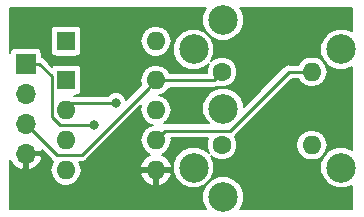
<source format=gbr>
G04 #@! TF.GenerationSoftware,KiCad,Pcbnew,(5.0.2)-1*
G04 #@! TF.CreationDate,2019-05-06T18:21:16+02:00*
G04 #@! TF.ProjectId,VolcaModularMidi,566f6c63-614d-46f6-9475-6c61724d6964,rev?*
G04 #@! TF.SameCoordinates,Original*
G04 #@! TF.FileFunction,Copper,L1,Top*
G04 #@! TF.FilePolarity,Positive*
%FSLAX46Y46*%
G04 Gerber Fmt 4.6, Leading zero omitted, Abs format (unit mm)*
G04 Created by KiCad (PCBNEW (5.0.2)-1) date 06/05/2019 18:21:16*
%MOMM*%
%LPD*%
G01*
G04 APERTURE LIST*
G04 #@! TA.AperFunction,ComponentPad*
%ADD10R,1.700000X1.700000*%
G04 #@! TD*
G04 #@! TA.AperFunction,ComponentPad*
%ADD11O,1.700000X1.700000*%
G04 #@! TD*
G04 #@! TA.AperFunction,ComponentPad*
%ADD12R,1.600000X1.600000*%
G04 #@! TD*
G04 #@! TA.AperFunction,ComponentPad*
%ADD13O,1.600000X1.600000*%
G04 #@! TD*
G04 #@! TA.AperFunction,ComponentPad*
%ADD14C,1.600000*%
G04 #@! TD*
G04 #@! TA.AperFunction,ComponentPad*
%ADD15C,2.499360*%
G04 #@! TD*
G04 #@! TA.AperFunction,ViaPad*
%ADD16C,0.800000*%
G04 #@! TD*
G04 #@! TA.AperFunction,Conductor*
%ADD17C,0.250000*%
G04 #@! TD*
G04 #@! TA.AperFunction,Conductor*
%ADD18C,0.200000*%
G04 #@! TD*
G04 APERTURE END LIST*
D10*
G04 #@! TO.P,J1,1*
G04 #@! TO.N,RX*
X118861596Y-111813550D03*
D11*
G04 #@! TO.P,J1,2*
G04 #@! TO.N,TX*
X118861596Y-114353550D03*
G04 #@! TO.P,J1,3*
G04 #@! TO.N,VCC*
X118861596Y-116893550D03*
G04 #@! TO.P,J1,4*
G04 #@! TO.N,GND*
X118861596Y-119433550D03*
G04 #@! TD*
D12*
G04 #@! TO.P,U1,1*
G04 #@! TO.N,Net-(U1-Pad1)*
X122261596Y-113213550D03*
D13*
G04 #@! TO.P,U1,5*
G04 #@! TO.N,GND*
X129881596Y-120833550D03*
G04 #@! TO.P,U1,2*
G04 #@! TO.N,Net-(D1-Pad1)*
X122261596Y-115753550D03*
G04 #@! TO.P,U1,6*
G04 #@! TO.N,RX*
X129881596Y-118293550D03*
G04 #@! TO.P,U1,3*
G04 #@! TO.N,Net-(D1-Pad2)*
X122261596Y-118293550D03*
G04 #@! TO.P,U1,7*
G04 #@! TO.N,Net-(U1-Pad7)*
X129881596Y-115753550D03*
G04 #@! TO.P,U1,4*
G04 #@! TO.N,Net-(U1-Pad4)*
X122261596Y-120833550D03*
G04 #@! TO.P,U1,8*
G04 #@! TO.N,VCC*
X129881596Y-113213550D03*
G04 #@! TD*
G04 #@! TO.P,R2,2*
G04 #@! TO.N,RX*
X143081596Y-112513550D03*
D14*
G04 #@! TO.P,R2,1*
G04 #@! TO.N,VCC*
X135461596Y-112513550D03*
G04 #@! TD*
G04 #@! TO.P,R1,1*
G04 #@! TO.N,Net-(D1-Pad1)*
X135461596Y-118713550D03*
D13*
G04 #@! TO.P,R1,2*
G04 #@! TO.N,Net-(J2-Pad4)*
X143081596Y-118713550D03*
G04 #@! TD*
D15*
G04 #@! TO.P,J2,3*
G04 #@! TO.N,Net-(J2-Pad3)*
X135564396Y-123111630D03*
G04 #@! TO.P,J2,4*
G04 #@! TO.N,Net-(J2-Pad4)*
X133062496Y-110617370D03*
G04 #@! TO.P,J2,2*
G04 #@! TO.N,Net-(J2-Pad2)*
X135561856Y-115613550D03*
G04 #@! TO.P,J2,1*
G04 #@! TO.N,Net-(J2-Pad1)*
X135564396Y-108115470D03*
G04 #@! TO.P,J2,5*
G04 #@! TO.N,Net-(D1-Pad2)*
X133062496Y-120609730D03*
G04 #@! TO.P,J2,*
G04 #@! TO.N,*
X145559296Y-110612290D03*
X145559296Y-120614810D03*
G04 #@! TD*
D12*
G04 #@! TO.P,D1,1*
G04 #@! TO.N,Net-(D1-Pad1)*
X122261596Y-109913550D03*
D13*
G04 #@! TO.P,D1,2*
G04 #@! TO.N,Net-(D1-Pad2)*
X129881596Y-109913550D03*
G04 #@! TD*
D16*
G04 #@! TO.N,Net-(D1-Pad1)*
X126500000Y-115150000D03*
G04 #@! TO.N,RX*
X124600000Y-117050000D03*
G04 #@! TD*
D17*
G04 #@! TO.N,Net-(D1-Pad1)*
X122865146Y-115150000D02*
X122261596Y-115753550D01*
X126500000Y-115150000D02*
X122865146Y-115150000D01*
G04 #@! TO.N,RX*
X130681595Y-117493551D02*
X129881596Y-118293550D01*
X130686597Y-117488549D02*
X130681595Y-117493551D01*
X136165386Y-117488549D02*
X130686597Y-117488549D01*
X141140385Y-112513550D02*
X136165386Y-117488549D01*
X143081596Y-112513550D02*
X141140385Y-112513550D01*
X121036595Y-116341551D02*
X121745044Y-117050000D01*
X121036595Y-112888549D02*
X121036595Y-116341551D01*
X118861596Y-111813550D02*
X119961596Y-111813550D01*
X119961596Y-111813550D02*
X121036595Y-112888549D01*
X121745044Y-117050000D02*
X124600000Y-117050000D01*
X124600000Y-117050000D02*
X124600000Y-117050000D01*
G04 #@! TO.N,VCC*
X129081597Y-114013549D02*
X129881596Y-113213550D01*
X123576595Y-119518551D02*
X129081597Y-114013549D01*
X121486597Y-119518551D02*
X123576595Y-119518551D01*
X118861596Y-116893550D02*
X121486597Y-119518551D01*
X134761596Y-113213550D02*
X135461596Y-112513550D01*
X129881596Y-113213550D02*
X134761596Y-113213550D01*
G04 #@! TD*
D18*
G04 #@! TO.N,GND*
G36*
X134081089Y-107124356D02*
X133814716Y-107767437D01*
X133814716Y-108463503D01*
X134081089Y-109106584D01*
X134573282Y-109598777D01*
X135216363Y-109865150D01*
X135912429Y-109865150D01*
X136555510Y-109598777D01*
X137047703Y-109106584D01*
X137314076Y-108463503D01*
X137314076Y-107767437D01*
X137047703Y-107124356D01*
X136986897Y-107063550D01*
X146451597Y-107063550D01*
X146451597Y-109088053D01*
X145907329Y-108862610D01*
X145211263Y-108862610D01*
X144568182Y-109128983D01*
X144075989Y-109621176D01*
X143809616Y-110264257D01*
X143809616Y-110960323D01*
X144075989Y-111603404D01*
X144568182Y-112095597D01*
X145211263Y-112361970D01*
X145907329Y-112361970D01*
X146451597Y-112136527D01*
X146451596Y-119090573D01*
X145907329Y-118865130D01*
X145211263Y-118865130D01*
X144568182Y-119131503D01*
X144075989Y-119623696D01*
X143809616Y-120266777D01*
X143809616Y-120962843D01*
X144075989Y-121605924D01*
X144568182Y-122098117D01*
X145211263Y-122364490D01*
X145907329Y-122364490D01*
X146451596Y-122139047D01*
X146451596Y-124163550D01*
X136986897Y-124163550D01*
X137047703Y-124102744D01*
X137314076Y-123459663D01*
X137314076Y-122763597D01*
X137047703Y-122120516D01*
X136555510Y-121628323D01*
X135912429Y-121361950D01*
X135216363Y-121361950D01*
X134573282Y-121628323D01*
X134081089Y-122120516D01*
X133814716Y-122763597D01*
X133814716Y-123459663D01*
X134081089Y-124102744D01*
X134141895Y-124163550D01*
X117511596Y-124163550D01*
X117511596Y-119952263D01*
X117598119Y-120161166D01*
X117972742Y-120589291D01*
X118482685Y-120841465D01*
X118707596Y-120731406D01*
X118707596Y-119587550D01*
X119015596Y-119587550D01*
X119015596Y-120731406D01*
X119240507Y-120841465D01*
X119750450Y-120589291D01*
X120125073Y-120161166D01*
X120269499Y-119812460D01*
X120158485Y-119587550D01*
X119015596Y-119587550D01*
X118707596Y-119587550D01*
X118687596Y-119587550D01*
X118687596Y-119279550D01*
X118707596Y-119279550D01*
X118707596Y-119259550D01*
X119015596Y-119259550D01*
X119015596Y-119279550D01*
X120158485Y-119279550D01*
X120226308Y-119142144D01*
X121001126Y-119916963D01*
X121035997Y-119969151D01*
X121201695Y-120079867D01*
X121037023Y-120326315D01*
X120936128Y-120833550D01*
X121037023Y-121340785D01*
X121324349Y-121770797D01*
X121754361Y-122058123D01*
X122133559Y-122133550D01*
X122389633Y-122133550D01*
X122768831Y-122058123D01*
X123198843Y-121770797D01*
X123486169Y-121340785D01*
X123513259Y-121204592D01*
X128523365Y-121204592D01*
X128658805Y-121531606D01*
X129019019Y-121946411D01*
X129510552Y-122191793D01*
X129727596Y-122081115D01*
X129727596Y-120987550D01*
X130035596Y-120987550D01*
X130035596Y-122081115D01*
X130252640Y-122191793D01*
X130744173Y-121946411D01*
X131104387Y-121531606D01*
X131239827Y-121204592D01*
X131128119Y-120987550D01*
X130035596Y-120987550D01*
X129727596Y-120987550D01*
X128635073Y-120987550D01*
X128523365Y-121204592D01*
X123513259Y-121204592D01*
X123587064Y-120833550D01*
X123486169Y-120326315D01*
X123364050Y-120143551D01*
X123515040Y-120143551D01*
X123576595Y-120155795D01*
X123638150Y-120143551D01*
X123820458Y-120107288D01*
X124027195Y-119969151D01*
X124062067Y-119916961D01*
X128638229Y-115340801D01*
X128556128Y-115753550D01*
X128657023Y-116260785D01*
X128944349Y-116690797D01*
X129374361Y-116978123D01*
X129602738Y-117023550D01*
X129374361Y-117068977D01*
X128944349Y-117356303D01*
X128657023Y-117786315D01*
X128556128Y-118293550D01*
X128657023Y-118800785D01*
X128944349Y-119230797D01*
X129374361Y-119518123D01*
X129410419Y-119525295D01*
X129019019Y-119720689D01*
X128658805Y-120135494D01*
X128523365Y-120462508D01*
X128635073Y-120679550D01*
X129727596Y-120679550D01*
X129727596Y-120659550D01*
X130035596Y-120659550D01*
X130035596Y-120679550D01*
X131128119Y-120679550D01*
X131239827Y-120462508D01*
X131104387Y-120135494D01*
X130744173Y-119720689D01*
X130352773Y-119525295D01*
X130388831Y-119518123D01*
X130818843Y-119230797D01*
X131106169Y-118800785D01*
X131207064Y-118293550D01*
X131171260Y-118113549D01*
X134303015Y-118113549D01*
X134161596Y-118454964D01*
X134161596Y-118972136D01*
X134347051Y-119419864D01*
X134053610Y-119126423D01*
X133410529Y-118860050D01*
X132714463Y-118860050D01*
X132071382Y-119126423D01*
X131579189Y-119618616D01*
X131312816Y-120261697D01*
X131312816Y-120957763D01*
X131579189Y-121600844D01*
X132071382Y-122093037D01*
X132714463Y-122359410D01*
X133410529Y-122359410D01*
X134053610Y-122093037D01*
X134545803Y-121600844D01*
X134812176Y-120957763D01*
X134812176Y-120261697D01*
X134558262Y-119648694D01*
X134725205Y-119815637D01*
X135203010Y-120013550D01*
X135720182Y-120013550D01*
X136197987Y-119815637D01*
X136563683Y-119449941D01*
X136761596Y-118972136D01*
X136761596Y-118713550D01*
X141756128Y-118713550D01*
X141857023Y-119220785D01*
X142144349Y-119650797D01*
X142574361Y-119938123D01*
X142953559Y-120013550D01*
X143209633Y-120013550D01*
X143588831Y-119938123D01*
X144018843Y-119650797D01*
X144306169Y-119220785D01*
X144407064Y-118713550D01*
X144306169Y-118206315D01*
X144018843Y-117776303D01*
X143588831Y-117488977D01*
X143209633Y-117413550D01*
X142953559Y-117413550D01*
X142574361Y-117488977D01*
X142144349Y-117776303D01*
X141857023Y-118206315D01*
X141756128Y-118713550D01*
X136761596Y-118713550D01*
X136761596Y-118454964D01*
X136563683Y-117977159D01*
X136561847Y-117975323D01*
X136615986Y-117939149D01*
X136650859Y-117886959D01*
X141399268Y-113138550D01*
X141935711Y-113138550D01*
X142144349Y-113450797D01*
X142574361Y-113738123D01*
X142953559Y-113813550D01*
X143209633Y-113813550D01*
X143588831Y-113738123D01*
X144018843Y-113450797D01*
X144306169Y-113020785D01*
X144407064Y-112513550D01*
X144306169Y-112006315D01*
X144018843Y-111576303D01*
X143588831Y-111288977D01*
X143209633Y-111213550D01*
X142953559Y-111213550D01*
X142574361Y-111288977D01*
X142144349Y-111576303D01*
X141935711Y-111888550D01*
X141201939Y-111888550D01*
X141140384Y-111876306D01*
X140953145Y-111913550D01*
X140896522Y-111924813D01*
X140689785Y-112062950D01*
X140654914Y-112115138D01*
X137311536Y-115458517D01*
X137311536Y-115265517D01*
X137045163Y-114622436D01*
X136552970Y-114130243D01*
X135909889Y-113863870D01*
X135213823Y-113863870D01*
X134570742Y-114130243D01*
X134078549Y-114622436D01*
X133812176Y-115265517D01*
X133812176Y-115961583D01*
X134078549Y-116604664D01*
X134337434Y-116863549D01*
X130748152Y-116863549D01*
X130686597Y-116851305D01*
X130625042Y-116863549D01*
X130532861Y-116881885D01*
X130818843Y-116690797D01*
X131106169Y-116260785D01*
X131207064Y-115753550D01*
X131106169Y-115246315D01*
X130818843Y-114816303D01*
X130388831Y-114528977D01*
X130160454Y-114483550D01*
X130388831Y-114438123D01*
X130818843Y-114150797D01*
X131027481Y-113838550D01*
X134700041Y-113838550D01*
X134761596Y-113850794D01*
X134823151Y-113838550D01*
X135005459Y-113802287D01*
X135070653Y-113758726D01*
X135203010Y-113813550D01*
X135720182Y-113813550D01*
X136197987Y-113615637D01*
X136563683Y-113249941D01*
X136761596Y-112772136D01*
X136761596Y-112254964D01*
X136563683Y-111777159D01*
X136197987Y-111411463D01*
X135720182Y-111213550D01*
X135203010Y-111213550D01*
X134725205Y-111411463D01*
X134558262Y-111578406D01*
X134812176Y-110965403D01*
X134812176Y-110269337D01*
X134545803Y-109626256D01*
X134053610Y-109134063D01*
X133410529Y-108867690D01*
X132714463Y-108867690D01*
X132071382Y-109134063D01*
X131579189Y-109626256D01*
X131312816Y-110269337D01*
X131312816Y-110965403D01*
X131579189Y-111608484D01*
X132071382Y-112100677D01*
X132714463Y-112367050D01*
X133410529Y-112367050D01*
X134053610Y-112100677D01*
X134347051Y-111807236D01*
X134161596Y-112254964D01*
X134161596Y-112588550D01*
X131027481Y-112588550D01*
X130818843Y-112276303D01*
X130388831Y-111988977D01*
X130009633Y-111913550D01*
X129753559Y-111913550D01*
X129374361Y-111988977D01*
X128944349Y-112276303D01*
X128657023Y-112706315D01*
X128556128Y-113213550D01*
X128629391Y-113581871D01*
X127353220Y-114858042D01*
X127262983Y-114640191D01*
X127009809Y-114387017D01*
X126679021Y-114250000D01*
X126320979Y-114250000D01*
X125990191Y-114387017D01*
X125852208Y-114525000D01*
X122926701Y-114525000D01*
X122918381Y-114523345D01*
X123061596Y-114523345D01*
X123256686Y-114484539D01*
X123422076Y-114374030D01*
X123532585Y-114208640D01*
X123571391Y-114013550D01*
X123571391Y-112413550D01*
X123532585Y-112218460D01*
X123422076Y-112053070D01*
X123256686Y-111942561D01*
X123061596Y-111903755D01*
X121461596Y-111903755D01*
X121266506Y-111942561D01*
X121101116Y-112053070D01*
X121094660Y-112062732D01*
X120447068Y-111415140D01*
X120412196Y-111362950D01*
X120221391Y-111235458D01*
X120221391Y-110963550D01*
X120182585Y-110768460D01*
X120072076Y-110603070D01*
X119906686Y-110492561D01*
X119711596Y-110453755D01*
X118011596Y-110453755D01*
X117816506Y-110492561D01*
X117651116Y-110603070D01*
X117540607Y-110768460D01*
X117511596Y-110914307D01*
X117511596Y-109113550D01*
X120951801Y-109113550D01*
X120951801Y-110713550D01*
X120990607Y-110908640D01*
X121101116Y-111074030D01*
X121266506Y-111184539D01*
X121461596Y-111223345D01*
X123061596Y-111223345D01*
X123256686Y-111184539D01*
X123422076Y-111074030D01*
X123532585Y-110908640D01*
X123571391Y-110713550D01*
X123571391Y-109913550D01*
X128556128Y-109913550D01*
X128657023Y-110420785D01*
X128944349Y-110850797D01*
X129374361Y-111138123D01*
X129753559Y-111213550D01*
X130009633Y-111213550D01*
X130388831Y-111138123D01*
X130818843Y-110850797D01*
X131106169Y-110420785D01*
X131207064Y-109913550D01*
X131106169Y-109406315D01*
X130818843Y-108976303D01*
X130388831Y-108688977D01*
X130009633Y-108613550D01*
X129753559Y-108613550D01*
X129374361Y-108688977D01*
X128944349Y-108976303D01*
X128657023Y-109406315D01*
X128556128Y-109913550D01*
X123571391Y-109913550D01*
X123571391Y-109113550D01*
X123532585Y-108918460D01*
X123422076Y-108753070D01*
X123256686Y-108642561D01*
X123061596Y-108603755D01*
X121461596Y-108603755D01*
X121266506Y-108642561D01*
X121101116Y-108753070D01*
X120990607Y-108918460D01*
X120951801Y-109113550D01*
X117511596Y-109113550D01*
X117511596Y-107063550D01*
X134141895Y-107063550D01*
X134081089Y-107124356D01*
X134081089Y-107124356D01*
G37*
X134081089Y-107124356D02*
X133814716Y-107767437D01*
X133814716Y-108463503D01*
X134081089Y-109106584D01*
X134573282Y-109598777D01*
X135216363Y-109865150D01*
X135912429Y-109865150D01*
X136555510Y-109598777D01*
X137047703Y-109106584D01*
X137314076Y-108463503D01*
X137314076Y-107767437D01*
X137047703Y-107124356D01*
X136986897Y-107063550D01*
X146451597Y-107063550D01*
X146451597Y-109088053D01*
X145907329Y-108862610D01*
X145211263Y-108862610D01*
X144568182Y-109128983D01*
X144075989Y-109621176D01*
X143809616Y-110264257D01*
X143809616Y-110960323D01*
X144075989Y-111603404D01*
X144568182Y-112095597D01*
X145211263Y-112361970D01*
X145907329Y-112361970D01*
X146451597Y-112136527D01*
X146451596Y-119090573D01*
X145907329Y-118865130D01*
X145211263Y-118865130D01*
X144568182Y-119131503D01*
X144075989Y-119623696D01*
X143809616Y-120266777D01*
X143809616Y-120962843D01*
X144075989Y-121605924D01*
X144568182Y-122098117D01*
X145211263Y-122364490D01*
X145907329Y-122364490D01*
X146451596Y-122139047D01*
X146451596Y-124163550D01*
X136986897Y-124163550D01*
X137047703Y-124102744D01*
X137314076Y-123459663D01*
X137314076Y-122763597D01*
X137047703Y-122120516D01*
X136555510Y-121628323D01*
X135912429Y-121361950D01*
X135216363Y-121361950D01*
X134573282Y-121628323D01*
X134081089Y-122120516D01*
X133814716Y-122763597D01*
X133814716Y-123459663D01*
X134081089Y-124102744D01*
X134141895Y-124163550D01*
X117511596Y-124163550D01*
X117511596Y-119952263D01*
X117598119Y-120161166D01*
X117972742Y-120589291D01*
X118482685Y-120841465D01*
X118707596Y-120731406D01*
X118707596Y-119587550D01*
X119015596Y-119587550D01*
X119015596Y-120731406D01*
X119240507Y-120841465D01*
X119750450Y-120589291D01*
X120125073Y-120161166D01*
X120269499Y-119812460D01*
X120158485Y-119587550D01*
X119015596Y-119587550D01*
X118707596Y-119587550D01*
X118687596Y-119587550D01*
X118687596Y-119279550D01*
X118707596Y-119279550D01*
X118707596Y-119259550D01*
X119015596Y-119259550D01*
X119015596Y-119279550D01*
X120158485Y-119279550D01*
X120226308Y-119142144D01*
X121001126Y-119916963D01*
X121035997Y-119969151D01*
X121201695Y-120079867D01*
X121037023Y-120326315D01*
X120936128Y-120833550D01*
X121037023Y-121340785D01*
X121324349Y-121770797D01*
X121754361Y-122058123D01*
X122133559Y-122133550D01*
X122389633Y-122133550D01*
X122768831Y-122058123D01*
X123198843Y-121770797D01*
X123486169Y-121340785D01*
X123513259Y-121204592D01*
X128523365Y-121204592D01*
X128658805Y-121531606D01*
X129019019Y-121946411D01*
X129510552Y-122191793D01*
X129727596Y-122081115D01*
X129727596Y-120987550D01*
X130035596Y-120987550D01*
X130035596Y-122081115D01*
X130252640Y-122191793D01*
X130744173Y-121946411D01*
X131104387Y-121531606D01*
X131239827Y-121204592D01*
X131128119Y-120987550D01*
X130035596Y-120987550D01*
X129727596Y-120987550D01*
X128635073Y-120987550D01*
X128523365Y-121204592D01*
X123513259Y-121204592D01*
X123587064Y-120833550D01*
X123486169Y-120326315D01*
X123364050Y-120143551D01*
X123515040Y-120143551D01*
X123576595Y-120155795D01*
X123638150Y-120143551D01*
X123820458Y-120107288D01*
X124027195Y-119969151D01*
X124062067Y-119916961D01*
X128638229Y-115340801D01*
X128556128Y-115753550D01*
X128657023Y-116260785D01*
X128944349Y-116690797D01*
X129374361Y-116978123D01*
X129602738Y-117023550D01*
X129374361Y-117068977D01*
X128944349Y-117356303D01*
X128657023Y-117786315D01*
X128556128Y-118293550D01*
X128657023Y-118800785D01*
X128944349Y-119230797D01*
X129374361Y-119518123D01*
X129410419Y-119525295D01*
X129019019Y-119720689D01*
X128658805Y-120135494D01*
X128523365Y-120462508D01*
X128635073Y-120679550D01*
X129727596Y-120679550D01*
X129727596Y-120659550D01*
X130035596Y-120659550D01*
X130035596Y-120679550D01*
X131128119Y-120679550D01*
X131239827Y-120462508D01*
X131104387Y-120135494D01*
X130744173Y-119720689D01*
X130352773Y-119525295D01*
X130388831Y-119518123D01*
X130818843Y-119230797D01*
X131106169Y-118800785D01*
X131207064Y-118293550D01*
X131171260Y-118113549D01*
X134303015Y-118113549D01*
X134161596Y-118454964D01*
X134161596Y-118972136D01*
X134347051Y-119419864D01*
X134053610Y-119126423D01*
X133410529Y-118860050D01*
X132714463Y-118860050D01*
X132071382Y-119126423D01*
X131579189Y-119618616D01*
X131312816Y-120261697D01*
X131312816Y-120957763D01*
X131579189Y-121600844D01*
X132071382Y-122093037D01*
X132714463Y-122359410D01*
X133410529Y-122359410D01*
X134053610Y-122093037D01*
X134545803Y-121600844D01*
X134812176Y-120957763D01*
X134812176Y-120261697D01*
X134558262Y-119648694D01*
X134725205Y-119815637D01*
X135203010Y-120013550D01*
X135720182Y-120013550D01*
X136197987Y-119815637D01*
X136563683Y-119449941D01*
X136761596Y-118972136D01*
X136761596Y-118713550D01*
X141756128Y-118713550D01*
X141857023Y-119220785D01*
X142144349Y-119650797D01*
X142574361Y-119938123D01*
X142953559Y-120013550D01*
X143209633Y-120013550D01*
X143588831Y-119938123D01*
X144018843Y-119650797D01*
X144306169Y-119220785D01*
X144407064Y-118713550D01*
X144306169Y-118206315D01*
X144018843Y-117776303D01*
X143588831Y-117488977D01*
X143209633Y-117413550D01*
X142953559Y-117413550D01*
X142574361Y-117488977D01*
X142144349Y-117776303D01*
X141857023Y-118206315D01*
X141756128Y-118713550D01*
X136761596Y-118713550D01*
X136761596Y-118454964D01*
X136563683Y-117977159D01*
X136561847Y-117975323D01*
X136615986Y-117939149D01*
X136650859Y-117886959D01*
X141399268Y-113138550D01*
X141935711Y-113138550D01*
X142144349Y-113450797D01*
X142574361Y-113738123D01*
X142953559Y-113813550D01*
X143209633Y-113813550D01*
X143588831Y-113738123D01*
X144018843Y-113450797D01*
X144306169Y-113020785D01*
X144407064Y-112513550D01*
X144306169Y-112006315D01*
X144018843Y-111576303D01*
X143588831Y-111288977D01*
X143209633Y-111213550D01*
X142953559Y-111213550D01*
X142574361Y-111288977D01*
X142144349Y-111576303D01*
X141935711Y-111888550D01*
X141201939Y-111888550D01*
X141140384Y-111876306D01*
X140953145Y-111913550D01*
X140896522Y-111924813D01*
X140689785Y-112062950D01*
X140654914Y-112115138D01*
X137311536Y-115458517D01*
X137311536Y-115265517D01*
X137045163Y-114622436D01*
X136552970Y-114130243D01*
X135909889Y-113863870D01*
X135213823Y-113863870D01*
X134570742Y-114130243D01*
X134078549Y-114622436D01*
X133812176Y-115265517D01*
X133812176Y-115961583D01*
X134078549Y-116604664D01*
X134337434Y-116863549D01*
X130748152Y-116863549D01*
X130686597Y-116851305D01*
X130625042Y-116863549D01*
X130532861Y-116881885D01*
X130818843Y-116690797D01*
X131106169Y-116260785D01*
X131207064Y-115753550D01*
X131106169Y-115246315D01*
X130818843Y-114816303D01*
X130388831Y-114528977D01*
X130160454Y-114483550D01*
X130388831Y-114438123D01*
X130818843Y-114150797D01*
X131027481Y-113838550D01*
X134700041Y-113838550D01*
X134761596Y-113850794D01*
X134823151Y-113838550D01*
X135005459Y-113802287D01*
X135070653Y-113758726D01*
X135203010Y-113813550D01*
X135720182Y-113813550D01*
X136197987Y-113615637D01*
X136563683Y-113249941D01*
X136761596Y-112772136D01*
X136761596Y-112254964D01*
X136563683Y-111777159D01*
X136197987Y-111411463D01*
X135720182Y-111213550D01*
X135203010Y-111213550D01*
X134725205Y-111411463D01*
X134558262Y-111578406D01*
X134812176Y-110965403D01*
X134812176Y-110269337D01*
X134545803Y-109626256D01*
X134053610Y-109134063D01*
X133410529Y-108867690D01*
X132714463Y-108867690D01*
X132071382Y-109134063D01*
X131579189Y-109626256D01*
X131312816Y-110269337D01*
X131312816Y-110965403D01*
X131579189Y-111608484D01*
X132071382Y-112100677D01*
X132714463Y-112367050D01*
X133410529Y-112367050D01*
X134053610Y-112100677D01*
X134347051Y-111807236D01*
X134161596Y-112254964D01*
X134161596Y-112588550D01*
X131027481Y-112588550D01*
X130818843Y-112276303D01*
X130388831Y-111988977D01*
X130009633Y-111913550D01*
X129753559Y-111913550D01*
X129374361Y-111988977D01*
X128944349Y-112276303D01*
X128657023Y-112706315D01*
X128556128Y-113213550D01*
X128629391Y-113581871D01*
X127353220Y-114858042D01*
X127262983Y-114640191D01*
X127009809Y-114387017D01*
X126679021Y-114250000D01*
X126320979Y-114250000D01*
X125990191Y-114387017D01*
X125852208Y-114525000D01*
X122926701Y-114525000D01*
X122918381Y-114523345D01*
X123061596Y-114523345D01*
X123256686Y-114484539D01*
X123422076Y-114374030D01*
X123532585Y-114208640D01*
X123571391Y-114013550D01*
X123571391Y-112413550D01*
X123532585Y-112218460D01*
X123422076Y-112053070D01*
X123256686Y-111942561D01*
X123061596Y-111903755D01*
X121461596Y-111903755D01*
X121266506Y-111942561D01*
X121101116Y-112053070D01*
X121094660Y-112062732D01*
X120447068Y-111415140D01*
X120412196Y-111362950D01*
X120221391Y-111235458D01*
X120221391Y-110963550D01*
X120182585Y-110768460D01*
X120072076Y-110603070D01*
X119906686Y-110492561D01*
X119711596Y-110453755D01*
X118011596Y-110453755D01*
X117816506Y-110492561D01*
X117651116Y-110603070D01*
X117540607Y-110768460D01*
X117511596Y-110914307D01*
X117511596Y-109113550D01*
X120951801Y-109113550D01*
X120951801Y-110713550D01*
X120990607Y-110908640D01*
X121101116Y-111074030D01*
X121266506Y-111184539D01*
X121461596Y-111223345D01*
X123061596Y-111223345D01*
X123256686Y-111184539D01*
X123422076Y-111074030D01*
X123532585Y-110908640D01*
X123571391Y-110713550D01*
X123571391Y-109913550D01*
X128556128Y-109913550D01*
X128657023Y-110420785D01*
X128944349Y-110850797D01*
X129374361Y-111138123D01*
X129753559Y-111213550D01*
X130009633Y-111213550D01*
X130388831Y-111138123D01*
X130818843Y-110850797D01*
X131106169Y-110420785D01*
X131207064Y-109913550D01*
X131106169Y-109406315D01*
X130818843Y-108976303D01*
X130388831Y-108688977D01*
X130009633Y-108613550D01*
X129753559Y-108613550D01*
X129374361Y-108688977D01*
X128944349Y-108976303D01*
X128657023Y-109406315D01*
X128556128Y-109913550D01*
X123571391Y-109913550D01*
X123571391Y-109113550D01*
X123532585Y-108918460D01*
X123422076Y-108753070D01*
X123256686Y-108642561D01*
X123061596Y-108603755D01*
X121461596Y-108603755D01*
X121266506Y-108642561D01*
X121101116Y-108753070D01*
X120990607Y-108918460D01*
X120951801Y-109113550D01*
X117511596Y-109113550D01*
X117511596Y-107063550D01*
X134141895Y-107063550D01*
X134081089Y-107124356D01*
G04 #@! TD*
M02*

</source>
